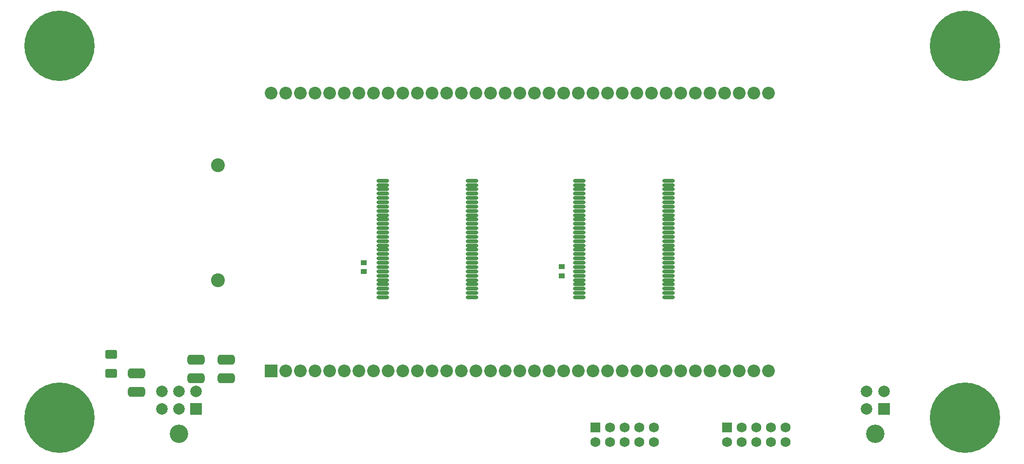
<source format=gbs>
G04 Layer_Color=16711935*
%FSLAX24Y24*%
%MOIN*%
G70*
G01*
G75*
%ADD46R,0.0434X0.0356*%
%ADD49C,0.0867*%
%ADD50R,0.0867X0.0867*%
%ADD51C,0.0946*%
%ADD52C,0.0789*%
%ADD53R,0.0789X0.0789*%
%ADD54C,0.1261*%
%ADD55C,0.0680*%
%ADD56R,0.0680X0.0680*%
%ADD57C,0.4804*%
G04:AMPARAMS|DCode=58|XSize=59.2mil|YSize=80mil|CornerRadius=6.6mil|HoleSize=0mil|Usage=FLASHONLY|Rotation=270.000|XOffset=0mil|YOffset=0mil|HoleType=Round|Shape=RoundedRectangle|*
%AMROUNDEDRECTD58*
21,1,0.0592,0.0669,0,0,270.0*
21,1,0.0461,0.0800,0,0,270.0*
1,1,0.0131,-0.0335,-0.0230*
1,1,0.0131,-0.0335,0.0230*
1,1,0.0131,0.0335,0.0230*
1,1,0.0131,0.0335,-0.0230*
%
%ADD58ROUNDEDRECTD58*%
G04:AMPARAMS|DCode=59|XSize=118.2mil|YSize=67.1mil|CornerRadius=18.8mil|HoleSize=0mil|Usage=FLASHONLY|Rotation=0.000|XOffset=0mil|YOffset=0mil|HoleType=Round|Shape=RoundedRectangle|*
%AMROUNDEDRECTD59*
21,1,0.1182,0.0295,0,0,0.0*
21,1,0.0807,0.0671,0,0,0.0*
1,1,0.0375,0.0404,-0.0148*
1,1,0.0375,-0.0404,-0.0148*
1,1,0.0375,-0.0404,0.0148*
1,1,0.0375,0.0404,0.0148*
%
%ADD59ROUNDEDRECTD59*%
%ADD60O,0.0867X0.0277*%
D46*
X30482Y28957D02*
D03*
Y29567D02*
D03*
X44006Y28672D02*
D03*
Y29281D02*
D03*
D49*
X58134Y41165D02*
D03*
X57134D02*
D03*
X56134D02*
D03*
X55134D02*
D03*
X54134D02*
D03*
X53134D02*
D03*
X52134D02*
D03*
X51134D02*
D03*
X50134D02*
D03*
X49134D02*
D03*
X48134D02*
D03*
X47134D02*
D03*
X46134D02*
D03*
X45134D02*
D03*
X44134D02*
D03*
X43134D02*
D03*
X42134D02*
D03*
X41134D02*
D03*
X40134D02*
D03*
X39134D02*
D03*
X38134D02*
D03*
X37134D02*
D03*
X36134D02*
D03*
X35134D02*
D03*
X34134D02*
D03*
X33134D02*
D03*
X32134D02*
D03*
X31134D02*
D03*
X30134D02*
D03*
X29134D02*
D03*
X28134D02*
D03*
X27134D02*
D03*
X26134D02*
D03*
X25134D02*
D03*
X24134D02*
D03*
X58134Y22165D02*
D03*
X57134D02*
D03*
X56134D02*
D03*
X55134D02*
D03*
X54134D02*
D03*
X53134D02*
D03*
X52134D02*
D03*
X51134D02*
D03*
X50134D02*
D03*
X49134D02*
D03*
X48134D02*
D03*
X47134D02*
D03*
X46134D02*
D03*
X45134D02*
D03*
X44134D02*
D03*
X43134D02*
D03*
X42134D02*
D03*
X41134D02*
D03*
X40134D02*
D03*
X39134D02*
D03*
X38134D02*
D03*
X37134D02*
D03*
X36134D02*
D03*
X35134D02*
D03*
X34134D02*
D03*
X33134D02*
D03*
X32134D02*
D03*
X31134D02*
D03*
X30134D02*
D03*
X29134D02*
D03*
X28134D02*
D03*
X27134D02*
D03*
X26134D02*
D03*
X25134D02*
D03*
D50*
X24134D02*
D03*
D51*
X20512Y28346D02*
D03*
Y36220D02*
D03*
D52*
X64843Y19567D02*
D03*
Y20748D02*
D03*
X66024D02*
D03*
X17835Y19567D02*
D03*
X19016Y20748D02*
D03*
X17835D02*
D03*
X16654Y19567D02*
D03*
Y20748D02*
D03*
D53*
X66024Y19567D02*
D03*
X19016D02*
D03*
D54*
X65433Y17866D02*
D03*
X17835Y17874D02*
D03*
D55*
X47299Y18307D02*
D03*
X50299D02*
D03*
X49299D02*
D03*
X47299Y17307D02*
D03*
X46299D02*
D03*
X50299D02*
D03*
X49299D02*
D03*
X48299Y18307D02*
D03*
Y17307D02*
D03*
X56315Y18307D02*
D03*
X59315D02*
D03*
X58315D02*
D03*
X56315Y17307D02*
D03*
X55315D02*
D03*
X59315D02*
D03*
X58315D02*
D03*
X57315Y18307D02*
D03*
Y17307D02*
D03*
D56*
X46299Y18307D02*
D03*
X55315D02*
D03*
D57*
X9671Y44380D02*
D03*
X71555D02*
D03*
X9671Y18951D02*
D03*
X71555D02*
D03*
D58*
X13199Y23307D02*
D03*
Y22007D02*
D03*
D59*
X19016Y22933D02*
D03*
Y21673D02*
D03*
X14941Y20738D02*
D03*
Y21998D02*
D03*
X21083Y22933D02*
D03*
Y21673D02*
D03*
D60*
X37884Y35167D02*
D03*
Y34872D02*
D03*
Y34577D02*
D03*
Y34282D02*
D03*
Y33986D02*
D03*
Y33691D02*
D03*
Y33396D02*
D03*
Y33100D02*
D03*
Y32805D02*
D03*
Y32510D02*
D03*
Y32215D02*
D03*
Y31919D02*
D03*
Y31624D02*
D03*
Y31329D02*
D03*
Y31033D02*
D03*
Y30738D02*
D03*
Y30443D02*
D03*
Y30148D02*
D03*
Y29852D02*
D03*
Y29557D02*
D03*
Y29262D02*
D03*
Y28967D02*
D03*
Y28671D02*
D03*
Y28376D02*
D03*
Y28081D02*
D03*
Y27785D02*
D03*
Y27490D02*
D03*
Y27195D02*
D03*
X31781Y35167D02*
D03*
Y34872D02*
D03*
Y34577D02*
D03*
Y34282D02*
D03*
Y33986D02*
D03*
Y33691D02*
D03*
Y33396D02*
D03*
Y33100D02*
D03*
Y32805D02*
D03*
Y32510D02*
D03*
Y32215D02*
D03*
Y31919D02*
D03*
Y31624D02*
D03*
Y31329D02*
D03*
Y31033D02*
D03*
Y30738D02*
D03*
Y30443D02*
D03*
Y30148D02*
D03*
Y29852D02*
D03*
Y29557D02*
D03*
Y29262D02*
D03*
Y28967D02*
D03*
Y28671D02*
D03*
Y28376D02*
D03*
Y28081D02*
D03*
Y27785D02*
D03*
Y27490D02*
D03*
Y27195D02*
D03*
X51289Y35167D02*
D03*
Y34872D02*
D03*
Y34577D02*
D03*
Y34282D02*
D03*
Y33986D02*
D03*
Y33691D02*
D03*
Y33396D02*
D03*
Y33100D02*
D03*
Y32805D02*
D03*
Y32510D02*
D03*
Y32215D02*
D03*
Y31919D02*
D03*
Y31624D02*
D03*
Y31329D02*
D03*
Y31033D02*
D03*
Y30738D02*
D03*
Y30443D02*
D03*
Y30148D02*
D03*
Y29852D02*
D03*
Y29557D02*
D03*
Y29262D02*
D03*
Y28967D02*
D03*
Y28671D02*
D03*
Y28376D02*
D03*
Y28081D02*
D03*
Y27785D02*
D03*
Y27490D02*
D03*
Y27195D02*
D03*
X45187Y35167D02*
D03*
Y34872D02*
D03*
Y34577D02*
D03*
Y34282D02*
D03*
Y33986D02*
D03*
Y33691D02*
D03*
Y33396D02*
D03*
Y33100D02*
D03*
Y32805D02*
D03*
Y32510D02*
D03*
Y32215D02*
D03*
Y31919D02*
D03*
Y31624D02*
D03*
Y31329D02*
D03*
Y31033D02*
D03*
Y30738D02*
D03*
Y30443D02*
D03*
Y30148D02*
D03*
Y29852D02*
D03*
Y29557D02*
D03*
Y29262D02*
D03*
Y28967D02*
D03*
Y28671D02*
D03*
Y28376D02*
D03*
Y28081D02*
D03*
Y27785D02*
D03*
Y27490D02*
D03*
Y27195D02*
D03*
M02*

</source>
